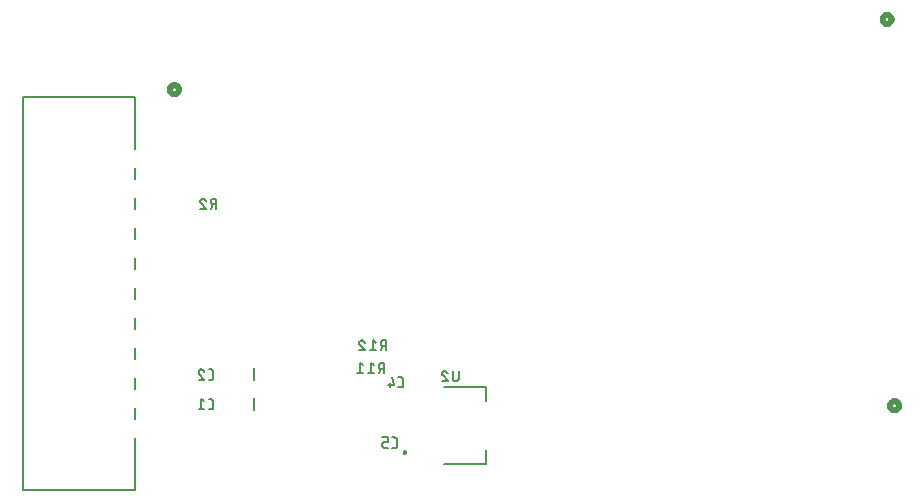
<source format=gbo>
G04 EAGLE Gerber RS-274X export*
G75*
%MOMM*%
%FSLAX34Y34*%
%LPD*%
%INSilkscreen Bottom*%
%IPPOS*%
%AMOC8*
5,1,8,0,0,1.08239X$1,22.5*%
G01*
%ADD10C,0.127000*%
%ADD11C,0.152400*%
%ADD12C,0.508000*%
%ADD13C,0.200000*%


D10*
X130810Y117094D02*
X130810Y127254D01*
D11*
X94479Y117856D02*
X92560Y117856D01*
X94479Y117856D02*
X94565Y117858D01*
X94651Y117864D01*
X94737Y117873D01*
X94822Y117887D01*
X94906Y117904D01*
X94990Y117925D01*
X95072Y117950D01*
X95153Y117978D01*
X95233Y118010D01*
X95312Y118046D01*
X95388Y118085D01*
X95463Y118128D01*
X95536Y118173D01*
X95607Y118223D01*
X95675Y118275D01*
X95742Y118330D01*
X95805Y118388D01*
X95866Y118449D01*
X95924Y118512D01*
X95979Y118579D01*
X96032Y118647D01*
X96081Y118718D01*
X96126Y118791D01*
X96169Y118866D01*
X96208Y118942D01*
X96244Y119021D01*
X96276Y119101D01*
X96304Y119182D01*
X96329Y119265D01*
X96350Y119348D01*
X96367Y119432D01*
X96381Y119517D01*
X96390Y119603D01*
X96396Y119689D01*
X96398Y119775D01*
X96398Y124573D01*
X96396Y124659D01*
X96390Y124745D01*
X96381Y124831D01*
X96367Y124916D01*
X96350Y125000D01*
X96329Y125084D01*
X96304Y125166D01*
X96276Y125247D01*
X96244Y125327D01*
X96208Y125406D01*
X96169Y125482D01*
X96126Y125557D01*
X96081Y125630D01*
X96032Y125701D01*
X95979Y125769D01*
X95924Y125836D01*
X95866Y125899D01*
X95805Y125960D01*
X95742Y126018D01*
X95676Y126073D01*
X95607Y126125D01*
X95536Y126175D01*
X95463Y126220D01*
X95388Y126263D01*
X95312Y126302D01*
X95233Y126338D01*
X95153Y126370D01*
X95072Y126398D01*
X94990Y126423D01*
X94906Y126444D01*
X94822Y126461D01*
X94737Y126475D01*
X94651Y126484D01*
X94565Y126490D01*
X94479Y126492D01*
X92560Y126492D01*
X88740Y124573D02*
X86341Y126492D01*
X86341Y117856D01*
X88740Y117856D02*
X83942Y117856D01*
D10*
X130810Y142367D02*
X130810Y152527D01*
D11*
X94479Y143129D02*
X92560Y143129D01*
X94479Y143129D02*
X94565Y143131D01*
X94651Y143137D01*
X94737Y143146D01*
X94822Y143160D01*
X94906Y143177D01*
X94990Y143198D01*
X95072Y143223D01*
X95153Y143251D01*
X95233Y143283D01*
X95312Y143319D01*
X95388Y143358D01*
X95463Y143401D01*
X95536Y143446D01*
X95607Y143496D01*
X95675Y143548D01*
X95742Y143603D01*
X95805Y143661D01*
X95866Y143722D01*
X95924Y143785D01*
X95979Y143852D01*
X96032Y143920D01*
X96081Y143991D01*
X96126Y144064D01*
X96169Y144139D01*
X96208Y144215D01*
X96244Y144294D01*
X96276Y144374D01*
X96304Y144455D01*
X96329Y144538D01*
X96350Y144621D01*
X96367Y144705D01*
X96381Y144790D01*
X96390Y144876D01*
X96396Y144962D01*
X96398Y145048D01*
X96398Y149846D01*
X96396Y149932D01*
X96390Y150018D01*
X96381Y150104D01*
X96367Y150189D01*
X96350Y150273D01*
X96329Y150357D01*
X96304Y150439D01*
X96276Y150520D01*
X96244Y150600D01*
X96208Y150679D01*
X96169Y150755D01*
X96126Y150830D01*
X96081Y150903D01*
X96032Y150974D01*
X95979Y151042D01*
X95924Y151109D01*
X95866Y151172D01*
X95805Y151233D01*
X95742Y151291D01*
X95676Y151346D01*
X95607Y151398D01*
X95536Y151448D01*
X95463Y151493D01*
X95388Y151536D01*
X95312Y151575D01*
X95233Y151611D01*
X95153Y151643D01*
X95072Y151671D01*
X94990Y151696D01*
X94906Y151717D01*
X94822Y151734D01*
X94737Y151748D01*
X94651Y151757D01*
X94565Y151763D01*
X94479Y151765D01*
X92560Y151765D01*
X86101Y151765D02*
X86009Y151763D01*
X85918Y151757D01*
X85827Y151748D01*
X85736Y151734D01*
X85646Y151717D01*
X85557Y151695D01*
X85469Y151670D01*
X85382Y151642D01*
X85296Y151609D01*
X85212Y151573D01*
X85129Y151534D01*
X85048Y151491D01*
X84969Y151444D01*
X84892Y151395D01*
X84817Y151342D01*
X84745Y151286D01*
X84675Y151227D01*
X84607Y151165D01*
X84542Y151100D01*
X84480Y151032D01*
X84421Y150962D01*
X84365Y150890D01*
X84312Y150815D01*
X84263Y150738D01*
X84216Y150659D01*
X84173Y150578D01*
X84134Y150495D01*
X84098Y150411D01*
X84065Y150325D01*
X84037Y150238D01*
X84012Y150150D01*
X83990Y150061D01*
X83973Y149971D01*
X83959Y149880D01*
X83950Y149789D01*
X83944Y149698D01*
X83942Y149606D01*
X86101Y151765D02*
X86204Y151763D01*
X86306Y151757D01*
X86408Y151748D01*
X86510Y151735D01*
X86611Y151718D01*
X86712Y151697D01*
X86811Y151673D01*
X86910Y151644D01*
X87007Y151613D01*
X87104Y151577D01*
X87199Y151539D01*
X87292Y151496D01*
X87384Y151450D01*
X87474Y151401D01*
X87562Y151349D01*
X87649Y151293D01*
X87733Y151234D01*
X87814Y151173D01*
X87894Y151108D01*
X87971Y151040D01*
X88046Y150969D01*
X88117Y150896D01*
X88186Y150820D01*
X88253Y150742D01*
X88316Y150661D01*
X88376Y150578D01*
X88433Y150493D01*
X88487Y150406D01*
X88538Y150316D01*
X88585Y150225D01*
X88629Y150133D01*
X88670Y150038D01*
X88707Y149943D01*
X88740Y149846D01*
X84662Y147927D02*
X84595Y147993D01*
X84531Y148062D01*
X84470Y148133D01*
X84412Y148207D01*
X84357Y148283D01*
X84305Y148361D01*
X84256Y148441D01*
X84210Y148523D01*
X84168Y148607D01*
X84129Y148693D01*
X84094Y148780D01*
X84063Y148868D01*
X84035Y148958D01*
X84010Y149048D01*
X83989Y149140D01*
X83972Y149232D01*
X83959Y149325D01*
X83950Y149418D01*
X83944Y149512D01*
X83942Y149606D01*
X84662Y147927D02*
X88740Y143129D01*
X83942Y143129D01*
X253215Y136525D02*
X255134Y136525D01*
X255220Y136527D01*
X255306Y136533D01*
X255392Y136542D01*
X255477Y136556D01*
X255561Y136573D01*
X255645Y136594D01*
X255727Y136619D01*
X255808Y136647D01*
X255888Y136679D01*
X255967Y136715D01*
X256043Y136754D01*
X256118Y136797D01*
X256191Y136842D01*
X256262Y136892D01*
X256330Y136944D01*
X256397Y136999D01*
X256460Y137057D01*
X256521Y137118D01*
X256579Y137181D01*
X256634Y137248D01*
X256687Y137316D01*
X256736Y137387D01*
X256781Y137460D01*
X256824Y137535D01*
X256863Y137611D01*
X256899Y137690D01*
X256931Y137770D01*
X256959Y137851D01*
X256984Y137934D01*
X257005Y138017D01*
X257022Y138101D01*
X257036Y138186D01*
X257045Y138272D01*
X257051Y138358D01*
X257053Y138444D01*
X257053Y143242D01*
X257051Y143328D01*
X257045Y143414D01*
X257036Y143500D01*
X257022Y143585D01*
X257005Y143669D01*
X256984Y143753D01*
X256959Y143835D01*
X256931Y143916D01*
X256899Y143996D01*
X256863Y144075D01*
X256824Y144151D01*
X256781Y144226D01*
X256736Y144299D01*
X256687Y144370D01*
X256634Y144438D01*
X256579Y144505D01*
X256521Y144568D01*
X256460Y144629D01*
X256397Y144687D01*
X256331Y144742D01*
X256262Y144794D01*
X256191Y144844D01*
X256118Y144889D01*
X256043Y144932D01*
X255967Y144971D01*
X255888Y145007D01*
X255808Y145039D01*
X255727Y145067D01*
X255645Y145092D01*
X255561Y145113D01*
X255477Y145130D01*
X255392Y145144D01*
X255306Y145153D01*
X255220Y145159D01*
X255134Y145161D01*
X253215Y145161D01*
X247476Y145161D02*
X249395Y138444D01*
X244597Y138444D01*
X246036Y140363D02*
X246036Y136525D01*
X248135Y85471D02*
X250054Y85471D01*
X250140Y85473D01*
X250226Y85479D01*
X250312Y85488D01*
X250397Y85502D01*
X250481Y85519D01*
X250565Y85540D01*
X250647Y85565D01*
X250728Y85593D01*
X250808Y85625D01*
X250887Y85661D01*
X250963Y85700D01*
X251038Y85743D01*
X251111Y85788D01*
X251182Y85838D01*
X251250Y85890D01*
X251317Y85945D01*
X251380Y86003D01*
X251441Y86064D01*
X251499Y86127D01*
X251554Y86194D01*
X251607Y86262D01*
X251656Y86333D01*
X251701Y86406D01*
X251744Y86481D01*
X251783Y86557D01*
X251819Y86636D01*
X251851Y86716D01*
X251879Y86797D01*
X251904Y86880D01*
X251925Y86963D01*
X251942Y87047D01*
X251956Y87132D01*
X251965Y87218D01*
X251971Y87304D01*
X251973Y87390D01*
X251973Y92188D01*
X251971Y92274D01*
X251965Y92360D01*
X251956Y92446D01*
X251942Y92531D01*
X251925Y92615D01*
X251904Y92699D01*
X251879Y92781D01*
X251851Y92862D01*
X251819Y92942D01*
X251783Y93021D01*
X251744Y93097D01*
X251701Y93172D01*
X251656Y93245D01*
X251607Y93316D01*
X251554Y93384D01*
X251499Y93451D01*
X251441Y93514D01*
X251380Y93575D01*
X251317Y93633D01*
X251251Y93688D01*
X251182Y93740D01*
X251111Y93790D01*
X251038Y93835D01*
X250963Y93878D01*
X250887Y93917D01*
X250808Y93953D01*
X250728Y93985D01*
X250647Y94013D01*
X250565Y94038D01*
X250481Y94059D01*
X250397Y94076D01*
X250312Y94090D01*
X250226Y94099D01*
X250140Y94105D01*
X250054Y94107D01*
X248135Y94107D01*
X244315Y85471D02*
X241436Y85471D01*
X241350Y85473D01*
X241264Y85479D01*
X241178Y85488D01*
X241093Y85502D01*
X241009Y85519D01*
X240925Y85540D01*
X240843Y85565D01*
X240762Y85593D01*
X240682Y85625D01*
X240603Y85661D01*
X240527Y85700D01*
X240452Y85743D01*
X240379Y85788D01*
X240308Y85837D01*
X240240Y85890D01*
X240173Y85945D01*
X240110Y86003D01*
X240049Y86064D01*
X239991Y86127D01*
X239936Y86194D01*
X239883Y86262D01*
X239834Y86333D01*
X239789Y86406D01*
X239746Y86481D01*
X239707Y86557D01*
X239671Y86636D01*
X239639Y86716D01*
X239611Y86797D01*
X239586Y86879D01*
X239565Y86963D01*
X239548Y87047D01*
X239534Y87132D01*
X239525Y87218D01*
X239519Y87304D01*
X239517Y87390D01*
X239517Y88350D01*
X239519Y88436D01*
X239525Y88522D01*
X239534Y88608D01*
X239548Y88693D01*
X239565Y88777D01*
X239586Y88861D01*
X239611Y88943D01*
X239639Y89024D01*
X239671Y89104D01*
X239707Y89183D01*
X239746Y89259D01*
X239789Y89334D01*
X239834Y89407D01*
X239884Y89478D01*
X239936Y89546D01*
X239991Y89613D01*
X240049Y89676D01*
X240110Y89737D01*
X240173Y89795D01*
X240240Y89850D01*
X240308Y89903D01*
X240379Y89952D01*
X240452Y89997D01*
X240527Y90040D01*
X240603Y90079D01*
X240682Y90115D01*
X240762Y90147D01*
X240843Y90175D01*
X240926Y90200D01*
X241009Y90221D01*
X241093Y90238D01*
X241178Y90252D01*
X241264Y90261D01*
X241350Y90267D01*
X241436Y90269D01*
X244315Y90269D01*
X244315Y94107D01*
X239517Y94107D01*
X-64770Y49530D02*
X-64770Y382270D01*
X30480Y382270D01*
X30480Y338074D01*
X30480Y49530D02*
X-64770Y49530D01*
X30480Y312674D02*
X30480Y322326D01*
X30480Y296926D02*
X30480Y287274D01*
X30480Y271526D02*
X30480Y261874D01*
X30480Y246126D02*
X30480Y236474D01*
X30480Y220726D02*
X30480Y211074D01*
X30480Y195326D02*
X30480Y185674D01*
X30480Y169926D02*
X30480Y160274D01*
X30480Y144526D02*
X30480Y134874D01*
X30480Y119126D02*
X30480Y109474D01*
X30480Y93726D02*
X30480Y49530D01*
D12*
X63500Y384810D02*
X63378Y384812D01*
X63256Y384818D01*
X63134Y384828D01*
X63013Y384841D01*
X62892Y384859D01*
X62772Y384880D01*
X62652Y384906D01*
X62534Y384935D01*
X62416Y384967D01*
X62299Y385004D01*
X62184Y385044D01*
X62070Y385088D01*
X61958Y385136D01*
X61847Y385187D01*
X61738Y385242D01*
X61630Y385300D01*
X61525Y385362D01*
X61422Y385427D01*
X61320Y385495D01*
X61221Y385567D01*
X61125Y385641D01*
X61030Y385719D01*
X60939Y385800D01*
X60849Y385883D01*
X60763Y385969D01*
X60680Y386059D01*
X60599Y386150D01*
X60521Y386245D01*
X60447Y386341D01*
X60375Y386440D01*
X60307Y386542D01*
X60242Y386645D01*
X60180Y386750D01*
X60122Y386858D01*
X60067Y386967D01*
X60016Y387078D01*
X59968Y387190D01*
X59924Y387304D01*
X59884Y387419D01*
X59847Y387536D01*
X59815Y387654D01*
X59786Y387772D01*
X59760Y387892D01*
X59739Y388012D01*
X59721Y388133D01*
X59708Y388254D01*
X59698Y388376D01*
X59692Y388498D01*
X59690Y388620D01*
X59692Y388742D01*
X59698Y388864D01*
X59708Y388986D01*
X59721Y389107D01*
X59739Y389228D01*
X59760Y389348D01*
X59786Y389468D01*
X59815Y389586D01*
X59847Y389704D01*
X59884Y389821D01*
X59924Y389936D01*
X59968Y390050D01*
X60016Y390162D01*
X60067Y390273D01*
X60122Y390382D01*
X60180Y390490D01*
X60242Y390595D01*
X60307Y390698D01*
X60375Y390800D01*
X60447Y390899D01*
X60521Y390995D01*
X60599Y391090D01*
X60680Y391181D01*
X60763Y391271D01*
X60849Y391357D01*
X60939Y391440D01*
X61030Y391521D01*
X61125Y391599D01*
X61221Y391673D01*
X61320Y391745D01*
X61422Y391813D01*
X61525Y391878D01*
X61630Y391940D01*
X61738Y391998D01*
X61847Y392053D01*
X61958Y392104D01*
X62070Y392152D01*
X62184Y392196D01*
X62299Y392236D01*
X62416Y392273D01*
X62534Y392305D01*
X62652Y392334D01*
X62772Y392360D01*
X62892Y392381D01*
X63013Y392399D01*
X63134Y392412D01*
X63256Y392422D01*
X63378Y392428D01*
X63500Y392430D01*
X63622Y392428D01*
X63744Y392422D01*
X63866Y392412D01*
X63987Y392399D01*
X64108Y392381D01*
X64228Y392360D01*
X64348Y392334D01*
X64466Y392305D01*
X64584Y392273D01*
X64701Y392236D01*
X64816Y392196D01*
X64930Y392152D01*
X65042Y392104D01*
X65153Y392053D01*
X65262Y391998D01*
X65370Y391940D01*
X65475Y391878D01*
X65578Y391813D01*
X65680Y391745D01*
X65779Y391673D01*
X65875Y391599D01*
X65970Y391521D01*
X66061Y391440D01*
X66151Y391357D01*
X66237Y391271D01*
X66320Y391181D01*
X66401Y391090D01*
X66479Y390995D01*
X66553Y390899D01*
X66625Y390800D01*
X66693Y390698D01*
X66758Y390595D01*
X66820Y390490D01*
X66878Y390382D01*
X66933Y390273D01*
X66984Y390162D01*
X67032Y390050D01*
X67076Y389936D01*
X67116Y389821D01*
X67153Y389704D01*
X67185Y389586D01*
X67214Y389468D01*
X67240Y389348D01*
X67261Y389228D01*
X67279Y389107D01*
X67292Y388986D01*
X67302Y388864D01*
X67308Y388742D01*
X67310Y388620D01*
X67308Y388498D01*
X67302Y388376D01*
X67292Y388254D01*
X67279Y388133D01*
X67261Y388012D01*
X67240Y387892D01*
X67214Y387772D01*
X67185Y387654D01*
X67153Y387536D01*
X67116Y387419D01*
X67076Y387304D01*
X67032Y387190D01*
X66984Y387078D01*
X66933Y386967D01*
X66878Y386858D01*
X66820Y386750D01*
X66758Y386645D01*
X66693Y386542D01*
X66625Y386440D01*
X66553Y386341D01*
X66479Y386245D01*
X66401Y386150D01*
X66320Y386059D01*
X66237Y385969D01*
X66151Y385883D01*
X66061Y385800D01*
X65970Y385719D01*
X65875Y385641D01*
X65779Y385567D01*
X65680Y385495D01*
X65578Y385427D01*
X65475Y385362D01*
X65370Y385300D01*
X65262Y385242D01*
X65153Y385187D01*
X65042Y385136D01*
X64930Y385088D01*
X64816Y385044D01*
X64701Y385004D01*
X64584Y384967D01*
X64466Y384935D01*
X64348Y384906D01*
X64228Y384880D01*
X64108Y384859D01*
X63987Y384841D01*
X63866Y384828D01*
X63744Y384818D01*
X63622Y384812D01*
X63500Y384810D01*
X666877Y444119D02*
X666999Y444121D01*
X667121Y444127D01*
X667243Y444137D01*
X667364Y444150D01*
X667485Y444168D01*
X667605Y444189D01*
X667725Y444215D01*
X667843Y444244D01*
X667961Y444276D01*
X668078Y444313D01*
X668193Y444353D01*
X668307Y444397D01*
X668419Y444445D01*
X668530Y444496D01*
X668639Y444551D01*
X668747Y444609D01*
X668852Y444671D01*
X668955Y444736D01*
X669057Y444804D01*
X669156Y444876D01*
X669252Y444950D01*
X669347Y445028D01*
X669438Y445109D01*
X669528Y445192D01*
X669614Y445278D01*
X669697Y445368D01*
X669778Y445459D01*
X669856Y445554D01*
X669930Y445650D01*
X670002Y445749D01*
X670070Y445851D01*
X670135Y445954D01*
X670197Y446059D01*
X670255Y446167D01*
X670310Y446276D01*
X670361Y446387D01*
X670409Y446499D01*
X670453Y446613D01*
X670493Y446728D01*
X670530Y446845D01*
X670562Y446963D01*
X670591Y447081D01*
X670617Y447201D01*
X670638Y447321D01*
X670656Y447442D01*
X670669Y447563D01*
X670679Y447685D01*
X670685Y447807D01*
X670687Y447929D01*
X670685Y448051D01*
X670679Y448173D01*
X670669Y448295D01*
X670656Y448416D01*
X670638Y448537D01*
X670617Y448657D01*
X670591Y448777D01*
X670562Y448895D01*
X670530Y449013D01*
X670493Y449130D01*
X670453Y449245D01*
X670409Y449359D01*
X670361Y449471D01*
X670310Y449582D01*
X670255Y449691D01*
X670197Y449799D01*
X670135Y449904D01*
X670070Y450007D01*
X670002Y450109D01*
X669930Y450208D01*
X669856Y450304D01*
X669778Y450399D01*
X669697Y450490D01*
X669614Y450580D01*
X669528Y450666D01*
X669438Y450749D01*
X669347Y450830D01*
X669252Y450908D01*
X669156Y450982D01*
X669057Y451054D01*
X668955Y451122D01*
X668852Y451187D01*
X668747Y451249D01*
X668639Y451307D01*
X668530Y451362D01*
X668419Y451413D01*
X668307Y451461D01*
X668193Y451505D01*
X668078Y451545D01*
X667961Y451582D01*
X667843Y451614D01*
X667725Y451643D01*
X667605Y451669D01*
X667485Y451690D01*
X667364Y451708D01*
X667243Y451721D01*
X667121Y451731D01*
X666999Y451737D01*
X666877Y451739D01*
X666755Y451737D01*
X666633Y451731D01*
X666511Y451721D01*
X666390Y451708D01*
X666269Y451690D01*
X666149Y451669D01*
X666029Y451643D01*
X665911Y451614D01*
X665793Y451582D01*
X665676Y451545D01*
X665561Y451505D01*
X665447Y451461D01*
X665335Y451413D01*
X665224Y451362D01*
X665115Y451307D01*
X665007Y451249D01*
X664902Y451187D01*
X664799Y451122D01*
X664697Y451054D01*
X664598Y450982D01*
X664502Y450908D01*
X664407Y450830D01*
X664316Y450749D01*
X664226Y450666D01*
X664140Y450580D01*
X664057Y450490D01*
X663976Y450399D01*
X663898Y450304D01*
X663824Y450208D01*
X663752Y450109D01*
X663684Y450007D01*
X663619Y449904D01*
X663557Y449799D01*
X663499Y449691D01*
X663444Y449582D01*
X663393Y449471D01*
X663345Y449359D01*
X663301Y449245D01*
X663261Y449130D01*
X663224Y449013D01*
X663192Y448895D01*
X663163Y448777D01*
X663137Y448657D01*
X663116Y448537D01*
X663098Y448416D01*
X663085Y448295D01*
X663075Y448173D01*
X663069Y448051D01*
X663067Y447929D01*
X663069Y447807D01*
X663075Y447685D01*
X663085Y447563D01*
X663098Y447442D01*
X663116Y447321D01*
X663137Y447201D01*
X663163Y447081D01*
X663192Y446963D01*
X663224Y446845D01*
X663261Y446728D01*
X663301Y446613D01*
X663345Y446499D01*
X663393Y446387D01*
X663444Y446276D01*
X663499Y446167D01*
X663557Y446059D01*
X663619Y445954D01*
X663684Y445851D01*
X663752Y445749D01*
X663824Y445650D01*
X663898Y445554D01*
X663976Y445459D01*
X664057Y445368D01*
X664140Y445278D01*
X664226Y445192D01*
X664316Y445109D01*
X664407Y445028D01*
X664502Y444950D01*
X664598Y444876D01*
X664697Y444804D01*
X664799Y444736D01*
X664902Y444671D01*
X665007Y444609D01*
X665115Y444551D01*
X665224Y444496D01*
X665335Y444445D01*
X665447Y444397D01*
X665561Y444353D01*
X665676Y444313D01*
X665793Y444276D01*
X665911Y444244D01*
X666029Y444215D01*
X666149Y444189D01*
X666269Y444168D01*
X666390Y444150D01*
X666511Y444137D01*
X666633Y444127D01*
X666755Y444121D01*
X666877Y444119D01*
X673227Y124714D02*
X673349Y124712D01*
X673471Y124706D01*
X673593Y124696D01*
X673714Y124683D01*
X673835Y124665D01*
X673955Y124644D01*
X674075Y124618D01*
X674193Y124589D01*
X674311Y124557D01*
X674428Y124520D01*
X674543Y124480D01*
X674657Y124436D01*
X674769Y124388D01*
X674880Y124337D01*
X674989Y124282D01*
X675097Y124224D01*
X675202Y124162D01*
X675305Y124097D01*
X675407Y124029D01*
X675506Y123957D01*
X675602Y123883D01*
X675697Y123805D01*
X675788Y123724D01*
X675878Y123641D01*
X675964Y123555D01*
X676047Y123465D01*
X676128Y123374D01*
X676206Y123279D01*
X676280Y123183D01*
X676352Y123084D01*
X676420Y122982D01*
X676485Y122879D01*
X676547Y122774D01*
X676605Y122666D01*
X676660Y122557D01*
X676711Y122446D01*
X676759Y122334D01*
X676803Y122220D01*
X676843Y122105D01*
X676880Y121988D01*
X676912Y121870D01*
X676941Y121752D01*
X676967Y121632D01*
X676988Y121512D01*
X677006Y121391D01*
X677019Y121270D01*
X677029Y121148D01*
X677035Y121026D01*
X677037Y120904D01*
X677035Y120782D01*
X677029Y120660D01*
X677019Y120538D01*
X677006Y120417D01*
X676988Y120296D01*
X676967Y120176D01*
X676941Y120056D01*
X676912Y119938D01*
X676880Y119820D01*
X676843Y119703D01*
X676803Y119588D01*
X676759Y119474D01*
X676711Y119362D01*
X676660Y119251D01*
X676605Y119142D01*
X676547Y119034D01*
X676485Y118929D01*
X676420Y118826D01*
X676352Y118724D01*
X676280Y118625D01*
X676206Y118529D01*
X676128Y118434D01*
X676047Y118343D01*
X675964Y118253D01*
X675878Y118167D01*
X675788Y118084D01*
X675697Y118003D01*
X675602Y117925D01*
X675506Y117851D01*
X675407Y117779D01*
X675305Y117711D01*
X675202Y117646D01*
X675097Y117584D01*
X674989Y117526D01*
X674880Y117471D01*
X674769Y117420D01*
X674657Y117372D01*
X674543Y117328D01*
X674428Y117288D01*
X674311Y117251D01*
X674193Y117219D01*
X674075Y117190D01*
X673955Y117164D01*
X673835Y117143D01*
X673714Y117125D01*
X673593Y117112D01*
X673471Y117102D01*
X673349Y117096D01*
X673227Y117094D01*
X673105Y117096D01*
X672983Y117102D01*
X672861Y117112D01*
X672740Y117125D01*
X672619Y117143D01*
X672499Y117164D01*
X672379Y117190D01*
X672261Y117219D01*
X672143Y117251D01*
X672026Y117288D01*
X671911Y117328D01*
X671797Y117372D01*
X671685Y117420D01*
X671574Y117471D01*
X671465Y117526D01*
X671357Y117584D01*
X671252Y117646D01*
X671149Y117711D01*
X671047Y117779D01*
X670948Y117851D01*
X670852Y117925D01*
X670757Y118003D01*
X670666Y118084D01*
X670576Y118167D01*
X670490Y118253D01*
X670407Y118343D01*
X670326Y118434D01*
X670248Y118529D01*
X670174Y118625D01*
X670102Y118724D01*
X670034Y118826D01*
X669969Y118929D01*
X669907Y119034D01*
X669849Y119142D01*
X669794Y119251D01*
X669743Y119362D01*
X669695Y119474D01*
X669651Y119588D01*
X669611Y119703D01*
X669574Y119820D01*
X669542Y119938D01*
X669513Y120056D01*
X669487Y120176D01*
X669466Y120296D01*
X669448Y120417D01*
X669435Y120538D01*
X669425Y120660D01*
X669419Y120782D01*
X669417Y120904D01*
X669419Y121026D01*
X669425Y121148D01*
X669435Y121270D01*
X669448Y121391D01*
X669466Y121512D01*
X669487Y121632D01*
X669513Y121752D01*
X669542Y121870D01*
X669574Y121988D01*
X669611Y122105D01*
X669651Y122220D01*
X669695Y122334D01*
X669743Y122446D01*
X669794Y122557D01*
X669849Y122666D01*
X669907Y122774D01*
X669969Y122879D01*
X670034Y122982D01*
X670102Y123084D01*
X670174Y123183D01*
X670248Y123279D01*
X670326Y123374D01*
X670407Y123465D01*
X670490Y123555D01*
X670576Y123641D01*
X670666Y123724D01*
X670757Y123805D01*
X670852Y123883D01*
X670948Y123957D01*
X671047Y124029D01*
X671149Y124097D01*
X671252Y124162D01*
X671357Y124224D01*
X671465Y124282D01*
X671574Y124337D01*
X671685Y124388D01*
X671797Y124436D01*
X671911Y124480D01*
X672026Y124520D01*
X672143Y124557D01*
X672261Y124589D01*
X672379Y124618D01*
X672499Y124644D01*
X672619Y124665D01*
X672740Y124683D01*
X672861Y124696D01*
X672983Y124706D01*
X673105Y124712D01*
X673227Y124714D01*
D11*
X241371Y148336D02*
X241371Y156972D01*
X238972Y156972D01*
X238875Y156970D01*
X238779Y156964D01*
X238683Y156955D01*
X238587Y156941D01*
X238492Y156924D01*
X238398Y156902D01*
X238305Y156877D01*
X238212Y156849D01*
X238121Y156816D01*
X238032Y156780D01*
X237944Y156740D01*
X237857Y156697D01*
X237773Y156651D01*
X237690Y156601D01*
X237609Y156547D01*
X237531Y156491D01*
X237455Y156431D01*
X237381Y156369D01*
X237310Y156303D01*
X237242Y156235D01*
X237176Y156164D01*
X237114Y156090D01*
X237054Y156014D01*
X236998Y155936D01*
X236944Y155855D01*
X236894Y155773D01*
X236848Y155688D01*
X236805Y155601D01*
X236765Y155513D01*
X236729Y155424D01*
X236696Y155333D01*
X236668Y155240D01*
X236643Y155147D01*
X236621Y155053D01*
X236604Y154958D01*
X236590Y154862D01*
X236581Y154766D01*
X236575Y154670D01*
X236573Y154573D01*
X236575Y154476D01*
X236581Y154380D01*
X236590Y154284D01*
X236604Y154188D01*
X236621Y154093D01*
X236643Y153999D01*
X236668Y153906D01*
X236696Y153813D01*
X236729Y153722D01*
X236765Y153633D01*
X236805Y153545D01*
X236848Y153458D01*
X236894Y153374D01*
X236944Y153291D01*
X236998Y153210D01*
X237054Y153132D01*
X237114Y153056D01*
X237176Y152982D01*
X237242Y152911D01*
X237310Y152843D01*
X237381Y152777D01*
X237455Y152715D01*
X237531Y152655D01*
X237609Y152599D01*
X237690Y152545D01*
X237772Y152495D01*
X237857Y152449D01*
X237944Y152406D01*
X238032Y152366D01*
X238121Y152330D01*
X238212Y152297D01*
X238305Y152269D01*
X238398Y152244D01*
X238492Y152222D01*
X238587Y152205D01*
X238683Y152191D01*
X238779Y152182D01*
X238875Y152176D01*
X238972Y152174D01*
X241371Y152174D01*
X238492Y152174D02*
X236573Y148336D01*
X232311Y155053D02*
X229912Y156972D01*
X229912Y148336D01*
X232311Y148336D02*
X227513Y148336D01*
X223167Y155053D02*
X220768Y156972D01*
X220768Y148336D01*
X223167Y148336D02*
X218369Y148336D01*
X242895Y167767D02*
X242895Y176403D01*
X240496Y176403D01*
X240399Y176401D01*
X240303Y176395D01*
X240207Y176386D01*
X240111Y176372D01*
X240016Y176355D01*
X239922Y176333D01*
X239829Y176308D01*
X239736Y176280D01*
X239645Y176247D01*
X239556Y176211D01*
X239468Y176171D01*
X239381Y176128D01*
X239297Y176082D01*
X239214Y176032D01*
X239133Y175978D01*
X239055Y175922D01*
X238979Y175862D01*
X238905Y175800D01*
X238834Y175734D01*
X238766Y175666D01*
X238700Y175595D01*
X238638Y175521D01*
X238578Y175445D01*
X238522Y175367D01*
X238468Y175286D01*
X238418Y175204D01*
X238372Y175119D01*
X238329Y175032D01*
X238289Y174944D01*
X238253Y174855D01*
X238220Y174764D01*
X238192Y174671D01*
X238167Y174578D01*
X238145Y174484D01*
X238128Y174389D01*
X238114Y174293D01*
X238105Y174197D01*
X238099Y174101D01*
X238097Y174004D01*
X238099Y173907D01*
X238105Y173811D01*
X238114Y173715D01*
X238128Y173619D01*
X238145Y173524D01*
X238167Y173430D01*
X238192Y173337D01*
X238220Y173244D01*
X238253Y173153D01*
X238289Y173064D01*
X238329Y172976D01*
X238372Y172889D01*
X238418Y172805D01*
X238468Y172722D01*
X238522Y172641D01*
X238578Y172563D01*
X238638Y172487D01*
X238700Y172413D01*
X238766Y172342D01*
X238834Y172274D01*
X238905Y172208D01*
X238979Y172146D01*
X239055Y172086D01*
X239133Y172030D01*
X239214Y171976D01*
X239296Y171926D01*
X239381Y171880D01*
X239468Y171837D01*
X239556Y171797D01*
X239645Y171761D01*
X239736Y171728D01*
X239829Y171700D01*
X239922Y171675D01*
X240016Y171653D01*
X240111Y171636D01*
X240207Y171622D01*
X240303Y171613D01*
X240399Y171607D01*
X240496Y171605D01*
X242895Y171605D01*
X240016Y171605D02*
X238097Y167767D01*
X233835Y174484D02*
X231436Y176403D01*
X231436Y167767D01*
X233835Y167767D02*
X229037Y167767D01*
X222052Y176403D02*
X221960Y176401D01*
X221869Y176395D01*
X221778Y176386D01*
X221687Y176372D01*
X221597Y176355D01*
X221508Y176333D01*
X221420Y176308D01*
X221333Y176280D01*
X221247Y176247D01*
X221163Y176211D01*
X221080Y176172D01*
X220999Y176129D01*
X220920Y176082D01*
X220843Y176033D01*
X220768Y175980D01*
X220696Y175924D01*
X220626Y175865D01*
X220558Y175803D01*
X220493Y175738D01*
X220431Y175670D01*
X220372Y175600D01*
X220316Y175528D01*
X220263Y175453D01*
X220214Y175376D01*
X220167Y175297D01*
X220124Y175216D01*
X220085Y175133D01*
X220049Y175049D01*
X220016Y174963D01*
X219988Y174876D01*
X219963Y174788D01*
X219941Y174699D01*
X219924Y174609D01*
X219910Y174518D01*
X219901Y174427D01*
X219895Y174336D01*
X219893Y174244D01*
X222052Y176403D02*
X222155Y176401D01*
X222257Y176395D01*
X222359Y176386D01*
X222461Y176373D01*
X222562Y176356D01*
X222663Y176335D01*
X222762Y176311D01*
X222861Y176282D01*
X222958Y176251D01*
X223055Y176215D01*
X223150Y176177D01*
X223243Y176134D01*
X223335Y176088D01*
X223425Y176039D01*
X223513Y175987D01*
X223600Y175931D01*
X223684Y175872D01*
X223765Y175811D01*
X223845Y175746D01*
X223922Y175678D01*
X223997Y175607D01*
X224068Y175534D01*
X224137Y175458D01*
X224204Y175380D01*
X224267Y175299D01*
X224327Y175216D01*
X224384Y175131D01*
X224438Y175044D01*
X224489Y174954D01*
X224536Y174863D01*
X224580Y174771D01*
X224621Y174676D01*
X224658Y174581D01*
X224691Y174484D01*
X220613Y172565D02*
X220546Y172631D01*
X220482Y172700D01*
X220421Y172771D01*
X220363Y172845D01*
X220308Y172921D01*
X220256Y172999D01*
X220207Y173079D01*
X220161Y173161D01*
X220119Y173245D01*
X220080Y173331D01*
X220045Y173418D01*
X220014Y173506D01*
X219986Y173596D01*
X219961Y173686D01*
X219940Y173778D01*
X219923Y173870D01*
X219910Y173963D01*
X219901Y174056D01*
X219895Y174150D01*
X219893Y174244D01*
X220613Y172565D02*
X224691Y167767D01*
X219893Y167767D01*
D13*
X327126Y83394D02*
X327126Y71894D01*
X327126Y125394D02*
X327126Y136894D01*
X327126Y71894D02*
X292126Y71894D01*
X292126Y136894D02*
X327126Y136894D01*
X257626Y81394D02*
X257628Y81457D01*
X257634Y81519D01*
X257644Y81581D01*
X257657Y81643D01*
X257675Y81703D01*
X257696Y81762D01*
X257721Y81820D01*
X257750Y81876D01*
X257782Y81930D01*
X257817Y81982D01*
X257855Y82031D01*
X257897Y82079D01*
X257941Y82123D01*
X257989Y82165D01*
X258038Y82203D01*
X258090Y82238D01*
X258144Y82270D01*
X258200Y82299D01*
X258258Y82324D01*
X258317Y82345D01*
X258377Y82363D01*
X258439Y82376D01*
X258501Y82386D01*
X258563Y82392D01*
X258626Y82394D01*
X258689Y82392D01*
X258751Y82386D01*
X258813Y82376D01*
X258875Y82363D01*
X258935Y82345D01*
X258994Y82324D01*
X259052Y82299D01*
X259108Y82270D01*
X259162Y82238D01*
X259214Y82203D01*
X259263Y82165D01*
X259311Y82123D01*
X259355Y82079D01*
X259397Y82031D01*
X259435Y81982D01*
X259470Y81930D01*
X259502Y81876D01*
X259531Y81820D01*
X259556Y81762D01*
X259577Y81703D01*
X259595Y81643D01*
X259608Y81581D01*
X259618Y81519D01*
X259624Y81457D01*
X259626Y81394D01*
X259624Y81331D01*
X259618Y81269D01*
X259608Y81207D01*
X259595Y81145D01*
X259577Y81085D01*
X259556Y81026D01*
X259531Y80968D01*
X259502Y80912D01*
X259470Y80858D01*
X259435Y80806D01*
X259397Y80757D01*
X259355Y80709D01*
X259311Y80665D01*
X259263Y80623D01*
X259214Y80585D01*
X259162Y80550D01*
X259108Y80518D01*
X259052Y80489D01*
X258994Y80464D01*
X258935Y80443D01*
X258875Y80425D01*
X258813Y80412D01*
X258751Y80402D01*
X258689Y80396D01*
X258626Y80394D01*
X258563Y80396D01*
X258501Y80402D01*
X258439Y80412D01*
X258377Y80425D01*
X258317Y80443D01*
X258258Y80464D01*
X258200Y80489D01*
X258144Y80518D01*
X258090Y80550D01*
X258038Y80585D01*
X257989Y80623D01*
X257941Y80665D01*
X257897Y80709D01*
X257855Y80757D01*
X257817Y80806D01*
X257782Y80858D01*
X257750Y80912D01*
X257721Y80968D01*
X257696Y81026D01*
X257675Y81085D01*
X257657Y81145D01*
X257644Y81207D01*
X257634Y81269D01*
X257628Y81331D01*
X257626Y81394D01*
D11*
X304215Y144277D02*
X304215Y150514D01*
X304215Y144277D02*
X304213Y144180D01*
X304207Y144084D01*
X304198Y143988D01*
X304184Y143892D01*
X304167Y143797D01*
X304145Y143703D01*
X304120Y143610D01*
X304092Y143517D01*
X304059Y143426D01*
X304023Y143337D01*
X303983Y143249D01*
X303940Y143162D01*
X303894Y143077D01*
X303844Y142995D01*
X303790Y142914D01*
X303734Y142836D01*
X303674Y142760D01*
X303612Y142686D01*
X303546Y142615D01*
X303478Y142547D01*
X303407Y142481D01*
X303333Y142419D01*
X303257Y142359D01*
X303179Y142303D01*
X303098Y142249D01*
X303016Y142199D01*
X302931Y142153D01*
X302844Y142110D01*
X302756Y142070D01*
X302667Y142034D01*
X302576Y142001D01*
X302483Y141973D01*
X302390Y141948D01*
X302296Y141926D01*
X302201Y141909D01*
X302105Y141895D01*
X302009Y141886D01*
X301913Y141880D01*
X301816Y141878D01*
X301719Y141880D01*
X301623Y141886D01*
X301527Y141895D01*
X301431Y141909D01*
X301336Y141926D01*
X301242Y141948D01*
X301149Y141973D01*
X301056Y142001D01*
X300965Y142034D01*
X300876Y142070D01*
X300788Y142110D01*
X300701Y142153D01*
X300617Y142199D01*
X300534Y142249D01*
X300453Y142303D01*
X300375Y142359D01*
X300299Y142419D01*
X300225Y142481D01*
X300154Y142547D01*
X300086Y142615D01*
X300020Y142686D01*
X299958Y142760D01*
X299898Y142836D01*
X299842Y142914D01*
X299788Y142995D01*
X299738Y143078D01*
X299692Y143162D01*
X299649Y143249D01*
X299609Y143337D01*
X299573Y143426D01*
X299540Y143517D01*
X299512Y143610D01*
X299487Y143703D01*
X299465Y143797D01*
X299448Y143892D01*
X299434Y143988D01*
X299425Y144084D01*
X299419Y144180D01*
X299417Y144277D01*
X299417Y150514D01*
X292127Y150514D02*
X292035Y150512D01*
X291944Y150506D01*
X291853Y150497D01*
X291762Y150483D01*
X291672Y150466D01*
X291583Y150444D01*
X291495Y150419D01*
X291408Y150391D01*
X291322Y150358D01*
X291238Y150322D01*
X291155Y150283D01*
X291074Y150240D01*
X290995Y150193D01*
X290918Y150144D01*
X290843Y150091D01*
X290771Y150035D01*
X290701Y149976D01*
X290633Y149914D01*
X290568Y149849D01*
X290506Y149781D01*
X290447Y149711D01*
X290391Y149639D01*
X290338Y149564D01*
X290289Y149487D01*
X290242Y149408D01*
X290199Y149327D01*
X290160Y149244D01*
X290124Y149160D01*
X290091Y149074D01*
X290063Y148987D01*
X290038Y148899D01*
X290016Y148810D01*
X289999Y148720D01*
X289985Y148629D01*
X289976Y148538D01*
X289970Y148447D01*
X289968Y148355D01*
X292127Y150514D02*
X292230Y150512D01*
X292332Y150506D01*
X292434Y150497D01*
X292536Y150484D01*
X292637Y150467D01*
X292738Y150446D01*
X292837Y150422D01*
X292936Y150393D01*
X293033Y150362D01*
X293130Y150326D01*
X293225Y150288D01*
X293318Y150245D01*
X293410Y150199D01*
X293500Y150150D01*
X293588Y150098D01*
X293675Y150042D01*
X293759Y149983D01*
X293840Y149922D01*
X293920Y149857D01*
X293997Y149789D01*
X294072Y149718D01*
X294143Y149645D01*
X294212Y149569D01*
X294279Y149491D01*
X294342Y149410D01*
X294402Y149327D01*
X294459Y149242D01*
X294513Y149155D01*
X294564Y149065D01*
X294611Y148974D01*
X294655Y148882D01*
X294696Y148787D01*
X294733Y148692D01*
X294766Y148595D01*
X290688Y146676D02*
X290621Y146742D01*
X290557Y146811D01*
X290496Y146882D01*
X290438Y146956D01*
X290383Y147032D01*
X290331Y147110D01*
X290282Y147190D01*
X290236Y147272D01*
X290194Y147356D01*
X290155Y147442D01*
X290120Y147529D01*
X290089Y147617D01*
X290061Y147707D01*
X290036Y147797D01*
X290015Y147889D01*
X289998Y147981D01*
X289985Y148074D01*
X289976Y148167D01*
X289970Y148261D01*
X289968Y148355D01*
X290688Y146676D02*
X294766Y141878D01*
X289968Y141878D01*
X99131Y287782D02*
X99131Y296418D01*
X96732Y296418D01*
X96635Y296416D01*
X96539Y296410D01*
X96443Y296401D01*
X96347Y296387D01*
X96252Y296370D01*
X96158Y296348D01*
X96065Y296323D01*
X95972Y296295D01*
X95881Y296262D01*
X95792Y296226D01*
X95704Y296186D01*
X95617Y296143D01*
X95533Y296097D01*
X95450Y296047D01*
X95369Y295993D01*
X95291Y295937D01*
X95215Y295877D01*
X95141Y295815D01*
X95070Y295749D01*
X95002Y295681D01*
X94936Y295610D01*
X94874Y295536D01*
X94814Y295460D01*
X94758Y295382D01*
X94704Y295301D01*
X94654Y295219D01*
X94608Y295134D01*
X94565Y295047D01*
X94525Y294959D01*
X94489Y294870D01*
X94456Y294779D01*
X94428Y294686D01*
X94403Y294593D01*
X94381Y294499D01*
X94364Y294404D01*
X94350Y294308D01*
X94341Y294212D01*
X94335Y294116D01*
X94333Y294019D01*
X94335Y293922D01*
X94341Y293826D01*
X94350Y293730D01*
X94364Y293634D01*
X94381Y293539D01*
X94403Y293445D01*
X94428Y293352D01*
X94456Y293259D01*
X94489Y293168D01*
X94525Y293079D01*
X94565Y292991D01*
X94608Y292904D01*
X94654Y292820D01*
X94704Y292737D01*
X94758Y292656D01*
X94814Y292578D01*
X94874Y292502D01*
X94936Y292428D01*
X95002Y292357D01*
X95070Y292289D01*
X95141Y292223D01*
X95215Y292161D01*
X95291Y292101D01*
X95369Y292045D01*
X95450Y291991D01*
X95532Y291941D01*
X95617Y291895D01*
X95704Y291852D01*
X95792Y291812D01*
X95881Y291776D01*
X95972Y291743D01*
X96065Y291715D01*
X96158Y291690D01*
X96252Y291668D01*
X96347Y291651D01*
X96443Y291637D01*
X96539Y291628D01*
X96635Y291622D01*
X96732Y291620D01*
X99131Y291620D01*
X96252Y291620D02*
X94333Y287782D01*
X87432Y296418D02*
X87340Y296416D01*
X87249Y296410D01*
X87158Y296401D01*
X87067Y296387D01*
X86977Y296370D01*
X86888Y296348D01*
X86800Y296323D01*
X86713Y296295D01*
X86627Y296262D01*
X86543Y296226D01*
X86460Y296187D01*
X86379Y296144D01*
X86300Y296097D01*
X86223Y296048D01*
X86148Y295995D01*
X86076Y295939D01*
X86006Y295880D01*
X85938Y295818D01*
X85873Y295753D01*
X85811Y295685D01*
X85752Y295615D01*
X85696Y295543D01*
X85643Y295468D01*
X85594Y295391D01*
X85547Y295312D01*
X85504Y295231D01*
X85465Y295148D01*
X85429Y295064D01*
X85396Y294978D01*
X85368Y294891D01*
X85343Y294803D01*
X85321Y294714D01*
X85304Y294624D01*
X85290Y294533D01*
X85281Y294442D01*
X85275Y294351D01*
X85273Y294259D01*
X87432Y296418D02*
X87535Y296416D01*
X87637Y296410D01*
X87739Y296401D01*
X87841Y296388D01*
X87942Y296371D01*
X88043Y296350D01*
X88142Y296326D01*
X88241Y296297D01*
X88338Y296266D01*
X88435Y296230D01*
X88530Y296192D01*
X88623Y296149D01*
X88715Y296103D01*
X88805Y296054D01*
X88893Y296002D01*
X88980Y295946D01*
X89064Y295887D01*
X89145Y295826D01*
X89225Y295761D01*
X89302Y295693D01*
X89377Y295622D01*
X89448Y295549D01*
X89517Y295473D01*
X89584Y295395D01*
X89647Y295314D01*
X89707Y295231D01*
X89764Y295146D01*
X89818Y295059D01*
X89869Y294969D01*
X89916Y294878D01*
X89960Y294786D01*
X90001Y294691D01*
X90038Y294596D01*
X90071Y294499D01*
X85993Y292580D02*
X85926Y292646D01*
X85862Y292715D01*
X85801Y292786D01*
X85743Y292860D01*
X85688Y292936D01*
X85636Y293014D01*
X85587Y293094D01*
X85541Y293176D01*
X85499Y293260D01*
X85460Y293346D01*
X85425Y293433D01*
X85394Y293521D01*
X85366Y293611D01*
X85341Y293701D01*
X85320Y293793D01*
X85303Y293885D01*
X85290Y293978D01*
X85281Y294071D01*
X85275Y294165D01*
X85273Y294259D01*
X85993Y292580D02*
X90071Y287782D01*
X85273Y287782D01*
M02*

</source>
